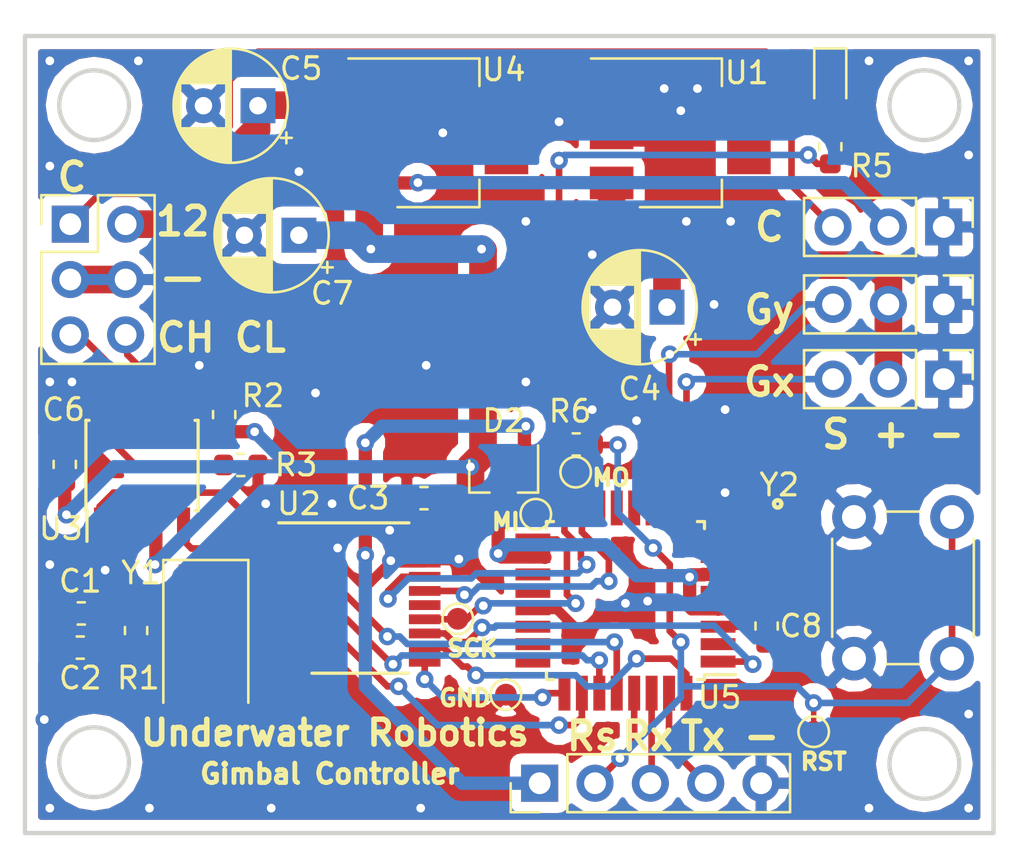
<source format=kicad_pcb>
(kicad_pcb (version 20171130) (host pcbnew "(5.0.1)-3")
  (layers (0 F.Cu signal) (31 B.Cu signal) (34 B.Paste user hide) (35 F.Paste user hide) (36 B.SilkS user) (37 F.SilkS user) (38 B.Mask user hide) (39 F.Mask user hide) (44 Edge.Cuts user))
  (net 0 "")
  (net 1 +5V)
  (net 2 "Net-(R2-Pad2)")
  (net 3 "Net-(C1-Pad1)")
  (net 4 "Net-(C2-Pad2)")
  (net 5 GND)
  (net 6 "Net-(R3-Pad1)")
  (net 7 +12V)
  (net 8 +5VA)
  (net 9 C_TX)
  (net 10 C_RX)
  (net 11 "Net-(U2-Pad3)")
  (net 12 TX0)
  (net 13 TX1)
  (net 14 "Net-(U2-Pad6)")
  (net 15 TX2)
  (net 16 RX1)
  (net 17 RX0)
  (net 18 INT)
  (net 19 SCK)
  (net 20 "Net-(U2-Pad15)")
  (net 21 MOSI)
  (net 22 MISO)
  (net 23 Reset)
  (net 24 CANL)
  (net 25 CANH)
  (net 26 Gx)
  (net 27 Gy)
  (net 28 CAM)
  (net 29 RESET)
  (net 30 V_MCU)
  (net 31 "Net-(D1-Pad2)")
  (net 32 VPP)
  (net 33 "Net-(U5-Pad2)")
  (net 34 "Net-(U5-Pad7)")
  (net 35 "Net-(U5-Pad8)")
  (net 36 "Net-(U5-Pad11)")
  (net 37 "Net-(U5-Pad12)")
  (net 38 "Net-(U5-Pad13)")
  (net 39 "Net-(U5-Pad14)")
  (net 40 "Net-(U5-Pad19)")
  (net 41 "Net-(U5-Pad20)")
  (net 42 "Net-(U5-Pad22)")
  (net 43 "Net-(U5-Pad24)")
  (net 44 RX)
  (net 45 TX)
  (net 46 "Net-(U5-Pad23)")
  (module TestPoint:TestPoint_Pad_D1.0mm (layer F.Cu) (at 131.2672 87.0966)
    (fp_text reference TP2 hide)
    (fp_text value MISO)
    (pad 1 smd circle (at 0 0) (size 1 1) (layers F.Cu F.Mask) (net 22 MISO))
  )
  (module TestPoint:TestPoint_Pad_D1.0mm (layer F.Cu) (at 133.096 85.1662)
    (fp_text reference TP1 hide)
    (fp_text value MOSI)
    (pad 1 smd circle (at 0 0) (size 1 1) (layers F.Cu F.Mask) (net 21 MOSI))
  )
  (module TestPoint:TestPoint_Pad_D1.0mm (layer F.Cu) (at 127.6858 91.8972)
    (fp_text reference TP3 hide)
    (fp_text value SCK)
    (pad 1 smd circle (at 0 0) (size 1 1) (layers F.Cu F.Mask) (net 19 SCK))
  )
  (module TestPoint:TestPoint_Pad_D1.0mm (layer F.Cu) (at 144.018 97.0788)
    (fp_text reference TP4 hide)
    (fp_text value RESET)
    (pad 1 smd circle (at 0 0) (size 1 1) (layers F.Cu F.Mask) (net 29 RESET))
  )
  (module TestPoint:TestPoint_Pad_D1.0mm (layer F.Cu) (at 129.8956 95.377)
    (fp_text reference TP5 hide)
    (fp_text value GND)
    (pad 1 smd circle (at 0 0) (size 1 1) (layers F.Cu F.Mask) (net 5 GND))
  )
  (module Capacitor_THT:CP_Radial_D5.0mm_P2.50mm (layer F.Cu) (at 137.287 77.597 180)
    (fp_text reference C4 (at 1.25 -3.75 180) (layer F.SilkS))
    (fp_text value 100uF)
    (pad 1 thru_hole rect (at 0 0 180) (size 1.6 1.6) (drill 0.8) (layers *.Cu *.Mask) (net 8 +5VA))
    (pad 2 thru_hole circle (at 2.5 0 180) (size 1.6 1.6) (drill 0.8) (layers *.Cu *.Mask) (net 5 GND))
  )
  (module Button_Switch_THT:SW_PUSH_6mm (layer F.Cu) (at 150.368 87.226 270)
    (fp_text reference SW1 hide)
    (fp_text value SW_Push)
    (pad 2 thru_hole circle (at 0 4.5) (size 2 2) (drill 1.1) (layers *.Cu *.Mask) (net 5 GND))
    (pad 1 thru_hole circle (at 0 0) (size 2 2) (drill 1.1) (layers *.Cu *.Mask) (net 29 RESET))
    (pad 2 thru_hole circle (at 6.5 4.5) (size 2 2) (drill 1.1) (layers *.Cu *.Mask) (net 5 GND))
    (pad 1 thru_hole circle (at 6.5 0) (size 2 2) (drill 1.1) (layers *.Cu *.Mask) (net 29 RESET))
  )
  (module CSTCE16M0V53-R0:OSC_CSTCE16M0V53-R0 (layer F.Cu) (at 142.367 88.773 270)
    (fp_text reference Y2 (at -3.0226 -0.0762) (layer F.SilkS))
    (fp_text value 16MHz hide)
    (pad 1 smd rect (at -0.95 0 270) (size 0.3 1.6) (layers F.Cu F.Paste F.Mask) (net 35 "Net-(U5-Pad8)"))
    (pad 2 smd rect (at 0 0 270) (size 0.3 1.6) (layers F.Cu F.Paste F.Mask) (net 5 GND))
    (pad 3 smd rect (at 0.95 0 270) (size 0.3 1.6) (layers F.Cu F.Paste F.Mask) (net 34 "Net-(U5-Pad7)"))
  )
  (module Capacitor_SMD:C_0603_1608Metric (layer F.Cu) (at 141.859 92.2275 270)
    (fp_text reference C8 (at -0.0001 -1.5748) (layer F.SilkS))
    (fp_text value 0.1uF)
    (pad 1 smd roundrect (at -0.7875 0 270) (size 0.875 0.95) (layers F.Cu F.Paste F.Mask) (net 30 V_MCU))
    (pad 2 smd roundrect (at 0.7875 0 270) (size 0.875 0.95) (layers F.Cu F.Paste F.Mask) (net 5 GND))
  )
  (module Connector_PinHeader_2.54mm:PinHeader_1x05_P2.54mm_Vertical (layer F.Cu) (at 131.445 99.441 90)
    (fp_text reference J5 hide)
    (fp_text value PROG)
    (pad 1 thru_hole rect (at 0 0 90) (size 1.7 1.7) (drill 1) (layers *.Cu *.Mask) (net 32 VPP))
    (pad 2 thru_hole oval (at 0 2.54 90) (size 1.7 1.7) (drill 1) (layers *.Cu *.Mask) (net 29 RESET))
    (pad 3 thru_hole oval (at 0 5.08 90) (size 1.7 1.7) (drill 1) (layers *.Cu *.Mask) (net 44 RX))
    (pad 4 thru_hole oval (at 0 7.62 90) (size 1.7 1.7) (drill 1) (layers *.Cu *.Mask) (net 45 TX))
    (pad 5 thru_hole oval (at 0 10.16 90) (size 1.7 1.7) (drill 1) (layers *.Cu *.Mask) (net 5 GND))
  )
  (module LED_SMD:LED_0603_1608Metric (layer F.Cu) (at 144.78 67.2085 270)
    (fp_text reference D1 hide)
    (fp_text value LED)
    (pad 1 smd roundrect (at -0.7875 0 270) (size 0.875 0.95) (layers F.Cu F.Paste F.Mask) (net 5 GND))
    (pad 2 smd roundrect (at 0.7875 0 270) (size 0.875 0.95) (layers F.Cu F.Paste F.Mask) (net 31 "Net-(D1-Pad2)"))
  )
  (module Package_QFP:TQFP-32_7x7mm_P0.8mm (layer F.Cu) (at 135.382 91.059 180)
    (fp_text reference U5 (at -4.318 -4.445 180) (layer F.SilkS))
    (fp_text value ATmega328P-AU)
    (pad 1 smd rect (at -4.25 -2.8 180) (size 1.6 0.55) (layers F.Cu F.Paste F.Mask) (net 18 INT))
    (pad 2 smd rect (at -4.25 -2 180) (size 1.6 0.55) (layers F.Cu F.Paste F.Mask) (net 33 "Net-(U5-Pad2)"))
    (pad 3 smd rect (at -4.25 -1.2 180) (size 1.6 0.55) (layers F.Cu F.Paste F.Mask) (net 5 GND))
    (pad 4 smd rect (at -4.25 -0.4 180) (size 1.6 0.55) (layers F.Cu F.Paste F.Mask) (net 30 V_MCU))
    (pad 5 smd rect (at -4.25 0.4 180) (size 1.6 0.55) (layers F.Cu F.Paste F.Mask) (net 5 GND))
    (pad 6 smd rect (at -4.25 1.2 180) (size 1.6 0.55) (layers F.Cu F.Paste F.Mask) (net 30 V_MCU))
    (pad 7 smd rect (at -4.25 2 180) (size 1.6 0.55) (layers F.Cu F.Paste F.Mask) (net 34 "Net-(U5-Pad7)"))
    (pad 8 smd rect (at -4.25 2.8 180) (size 1.6 0.55) (layers F.Cu F.Paste F.Mask) (net 35 "Net-(U5-Pad8)"))
    (pad 9 smd rect (at -2.8 4.25 270) (size 1.6 0.55) (layers F.Cu F.Paste F.Mask) (net 26 Gx))
    (pad 10 smd rect (at -2 4.25 270) (size 1.6 0.55) (layers F.Cu F.Paste F.Mask) (net 27 Gy))
    (pad 11 smd rect (at -1.2 4.25 270) (size 1.6 0.55) (layers F.Cu F.Paste F.Mask) (net 36 "Net-(U5-Pad11)"))
    (pad 12 smd rect (at -0.4 4.25 270) (size 1.6 0.55) (layers F.Cu F.Paste F.Mask) (net 37 "Net-(U5-Pad12)"))
    (pad 13 smd rect (at 0.4 4.25 270) (size 1.6 0.55) (layers F.Cu F.Paste F.Mask) (net 38 "Net-(U5-Pad13)"))
    (pad 14 smd rect (at 1.2 4.25 270) (size 1.6 0.55) (layers F.Cu F.Paste F.Mask) (net 39 "Net-(U5-Pad14)"))
    (pad 15 smd rect (at 2 4.25 270) (size 1.6 0.55) (layers F.Cu F.Paste F.Mask) (net 21 MOSI))
    (pad 16 smd rect (at 2.8 4.25 270) (size 1.6 0.55) (layers F.Cu F.Paste F.Mask) (net 22 MISO))
    (pad 17 smd rect (at 4.25 2.8 180) (size 1.6 0.55) (layers F.Cu F.Paste F.Mask) (net 19 SCK))
    (pad 18 smd rect (at 4.25 2 180) (size 1.6 0.55) (layers F.Cu F.Paste F.Mask) (net 30 V_MCU))
    (pad 19 smd rect (at 4.25 1.2 180) (size 1.6 0.55) (layers F.Cu F.Paste F.Mask) (net 40 "Net-(U5-Pad19)"))
    (pad 20 smd rect (at 4.25 0.4 180) (size 1.6 0.55) (layers F.Cu F.Paste F.Mask) (net 41 "Net-(U5-Pad20)"))
    (pad 21 smd rect (at 4.25 -0.4 180) (size 1.6 0.55) (layers F.Cu F.Paste F.Mask) (net 5 GND))
    (pad 22 smd rect (at 4.25 -1.2 180) (size 1.6 0.55) (layers F.Cu F.Paste F.Mask) (net 42 "Net-(U5-Pad22)"))
    (pad 23 smd rect (at 4.25 -2 180) (size 1.6 0.55) (layers F.Cu F.Paste F.Mask) (net 46 "Net-(U5-Pad23)"))
    (pad 24 smd rect (at 4.25 -2.8 180) (size 1.6 0.55) (layers F.Cu F.Paste F.Mask) (net 43 "Net-(U5-Pad24)"))
    (pad 25 smd rect (at 2.8 -4.25 270) (size 1.6 0.55) (layers F.Cu F.Paste F.Mask) (net 16 RX1))
    (pad 26 smd rect (at 2 -4.25 270) (size 1.6 0.55) (layers F.Cu F.Paste F.Mask) (net 15 TX2))
    (pad 27 smd rect (at 1.2 -4.25 270) (size 1.6 0.55) (layers F.Cu F.Paste F.Mask) (net 13 TX1))
    (pad 28 smd rect (at 0.4 -4.25 270) (size 1.6 0.55) (layers F.Cu F.Paste F.Mask) (net 12 TX0))
    (pad 29 smd rect (at -0.4 -4.25 270) (size 1.6 0.55) (layers F.Cu F.Paste F.Mask) (net 29 RESET))
    (pad 30 smd rect (at -1.2 -4.25 270) (size 1.6 0.55) (layers F.Cu F.Paste F.Mask) (net 44 RX))
    (pad 31 smd rect (at -2 -4.25 270) (size 1.6 0.55) (layers F.Cu F.Paste F.Mask) (net 45 TX))
    (pad 32 smd rect (at -2.8 -4.25 270) (size 1.6 0.55) (layers F.Cu F.Paste F.Mask) (net 17 RX0))
  )
  (module Package_TO_SOT_SMD:SOT-23 (layer F.Cu) (at 129.794 85.344 270)
    (fp_text reference D2 (at -2.54 0) (layer F.SilkS))
    (fp_text value D_x2_KCom_AAK)
    (pad 1 smd rect (at -1 -0.95 270) (size 0.9 0.8) (layers F.Cu F.Paste F.Mask) (net 32 VPP))
    (pad 2 smd rect (at -1 0.95 270) (size 0.9 0.8) (layers F.Cu F.Paste F.Mask) (net 1 +5V))
    (pad 3 smd rect (at 1 0 270) (size 0.9 0.8) (layers F.Cu F.Paste F.Mask) (net 30 V_MCU))
  )
  (module Resistor_SMD:R_0603_1608Metric (layer F.Cu) (at 144.78 70.231 90)
    (fp_text reference R5 (at -0.889 1.905 180) (layer F.SilkS))
    (fp_text value 330)
    (pad 1 smd roundrect (at -0.7875 0 90) (size 0.875 0.95) (layers F.Cu F.Paste F.Mask) (net 30 V_MCU))
    (pad 2 smd roundrect (at 0.7875 0 90) (size 0.875 0.95) (layers F.Cu F.Paste F.Mask) (net 31 "Net-(D1-Pad2)"))
  )
  (module Resistor_SMD:R_0603_1608Metric (layer F.Cu) (at 133.1213 83.8962)
    (fp_text reference R6 (at -0.2795 -1.524) (layer F.SilkS))
    (fp_text value 10k)
    (pad 2 smd roundrect (at 0.7875 0) (size 0.875 0.95) (layers F.Cu F.Paste F.Mask) (net 29 RESET))
    (pad 1 smd roundrect (at -0.7875 0) (size 0.875 0.95) (layers F.Cu F.Paste F.Mask) (net 30 V_MCU))
  )
  (module Capacitor_THT:CP_Radial_D5.0mm_P2.50mm (layer F.Cu) (at 120.396 74.295 180)
    (fp_text reference C7 (at -1.524 -2.667) (layer F.SilkS))
    (fp_text value 100uF)
    (pad 1 thru_hole rect (at 0 0 180) (size 1.6 1.6) (drill 0.8) (layers *.Cu *.Mask) (net 1 +5V))
    (pad 2 thru_hole circle (at 2.5 0 180) (size 1.6 1.6) (drill 0.8) (layers *.Cu *.Mask) (net 5 GND))
  )
  (module Capacitor_SMD:C_0603_1608Metric (layer F.Cu) (at 110.409584 91.649441 180)
    (fp_text reference C1 (at 0.046584 1.479441 180) (layer F.SilkS))
    (fp_text value 15p)
    (pad 2 smd roundrect (at 0.7875 0 180) (size 0.875 0.95) (layers F.Cu F.Paste F.Mask) (net 5 GND))
    (pad 1 smd roundrect (at -0.7875 0 180) (size 0.875 0.95) (layers F.Cu F.Paste F.Mask) (net 3 "Net-(C1-Pad1)"))
  )
  (module Capacitor_SMD:C_0603_1608Metric (layer F.Cu) (at 110.363 93.218)
    (fp_text reference C2 (at 0 1.397) (layer F.SilkS))
    (fp_text value 15p)
    (pad 1 smd roundrect (at -0.7875 0) (size 0.875 0.95) (layers F.Cu F.Paste F.Mask) (net 5 GND))
    (pad 2 smd roundrect (at 0.7875 0) (size 0.875 0.95) (layers F.Cu F.Paste F.Mask) (net 4 "Net-(C2-Pad2)"))
  )
  (module Capacitor_SMD:C_0603_1608Metric (layer F.Cu) (at 126.1365 86.36)
    (fp_text reference C3 (at -2.5655 0) (layer F.SilkS))
    (fp_text value 0.1uF)
    (pad 2 smd roundrect (at 0.7875 0) (size 0.875 0.95) (layers F.Cu F.Paste F.Mask) (net 1 +5V))
    (pad 1 smd roundrect (at -0.7875 0) (size 0.875 0.95) (layers F.Cu F.Paste F.Mask) (net 5 GND))
  )
  (module Capacitor_SMD:C_0603_1608Metric (layer F.Cu) (at 109.6518 84.8105 270)
    (fp_text reference C6 (at -2.5147 0.0508) (layer F.SilkS))
    (fp_text value 0.1uF)
    (pad 1 smd roundrect (at -0.7875 0 270) (size 0.875 0.95) (layers F.Cu F.Paste F.Mask) (net 5 GND))
    (pad 2 smd roundrect (at 0.7875 0 270) (size 0.875 0.95) (layers F.Cu F.Paste F.Mask) (net 1 +5V))
  )
  (module Capacitor_THT:CP_Radial_D5.0mm_P2.50mm (layer F.Cu) (at 118.5164 68.3514 180)
    (fp_text reference C5 (at -1.9812 1.7018) (layer F.SilkS))
    (fp_text value 100uF)
    (pad 1 thru_hole rect (at 0 0 180) (size 1.6 1.6) (drill 0.8) (layers *.Cu *.Mask) (net 7 +12V))
    (pad 2 thru_hole circle (at 2.5 0 180) (size 1.6 1.6) (drill 0.8) (layers *.Cu *.Mask) (net 5 GND))
  )
  (module Connector_PinHeader_2.54mm:PinHeader_1x03_P2.54mm_Vertical (layer F.Cu) (at 149.987 77.47 270)
    (fp_text reference J2 hide)
    (fp_text value Conn_01x03_Male hide)
    (pad 1 thru_hole rect (at 0 0 270) (size 1.7 1.7) (drill 1) (layers *.Cu *.Mask) (net 5 GND))
    (pad 2 thru_hole oval (at 0 2.54 270) (size 1.7 1.7) (drill 1) (layers *.Cu *.Mask) (net 8 +5VA))
    (pad 3 thru_hole oval (at 0 5.08 270) (size 1.7 1.7) (drill 1) (layers *.Cu *.Mask) (net 27 Gy))
  )
  (module Connector_PinHeader_2.54mm:PinHeader_1x03_P2.54mm_Vertical (layer F.Cu) (at 149.987 73.914 270)
    (fp_text reference J4 hide)
    (fp_text value Conn_01x03_Male hide)
    (pad 3 thru_hole oval (at 0 5.08 270) (size 1.7 1.7) (drill 1) (layers *.Cu *.Mask) (net 28 CAM))
    (pad 2 thru_hole oval (at 0 2.54 270) (size 1.7 1.7) (drill 1) (layers *.Cu *.Mask) (net 1 +5V))
    (pad 1 thru_hole rect (at 0 0 270) (size 1.7 1.7) (drill 1) (layers *.Cu *.Mask) (net 5 GND))
  )
  (module Connector_PinHeader_2.54mm:PinHeader_1x03_P2.54mm_Vertical (layer F.Cu) (at 149.987 80.899 270)
    (fp_text reference J3 hide)
    (fp_text value Conn_01x03_Male hide)
    (pad 1 thru_hole rect (at 0 0 270) (size 1.7 1.7) (drill 1) (layers *.Cu *.Mask) (net 5 GND))
    (pad 2 thru_hole oval (at 0 2.54 270) (size 1.7 1.7) (drill 1) (layers *.Cu *.Mask) (net 8 +5VA))
    (pad 3 thru_hole oval (at 0 5.08 270) (size 1.7 1.7) (drill 1) (layers *.Cu *.Mask) (net 26 Gx))
  )
  (module Connector_PinHeader_2.54mm:PinHeader_2x03_P2.54mm_Vertical (layer F.Cu) (at 109.9058 73.787)
    (fp_text reference J1 hide)
    (fp_text value Conn_02x03_Odd_Even hide)
    (pad 1 thru_hole rect (at 0 0) (size 1.7 1.7) (drill 1) (layers *.Cu *.Mask) (net 28 CAM))
    (pad 2 thru_hole oval (at 2.54 0) (size 1.7 1.7) (drill 1) (layers *.Cu *.Mask) (net 7 +12V))
    (pad 3 thru_hole oval (at 0 2.54) (size 1.7 1.7) (drill 1) (layers *.Cu *.Mask) (net 5 GND))
    (pad 4 thru_hole oval (at 2.54 2.54) (size 1.7 1.7) (drill 1) (layers *.Cu *.Mask) (net 5 GND))
    (pad 5 thru_hole oval (at 0 5.08) (size 1.7 1.7) (drill 1) (layers *.Cu *.Mask) (net 25 CANH))
    (pad 6 thru_hole oval (at 2.54 5.08) (size 1.7 1.7) (drill 1) (layers *.Cu *.Mask) (net 24 CANL))
  )
  (module Crystal:Crystal_SMD_0603-2Pin_6.0x3.5mm (layer F.Cu) (at 116.124684 92.548241 270)
    (fp_text reference Y1 (at -2.759241 2.967684) (layer F.SilkS))
    (fp_text value 20MHz)
    (pad 1 smd rect (at -2.2 0 270) (size 1.9 2.5) (layers F.Cu F.Paste F.Mask) (net 3 "Net-(C1-Pad1)"))
    (pad 2 smd rect (at 2.2 0 270) (size 1.9 2.5) (layers F.Cu F.Paste F.Mask) (net 4 "Net-(C2-Pad2)"))
  )
  (module Package_SO:SOIC-8_3.9x4.9mm_P1.27mm (layer F.Cu) (at 113.196926 84.864202 90)
    (fp_text reference U3 (at -2.892798 -3.722926 180) (layer F.SilkS))
    (fp_text value ATA6560,1)
    (pad 1 smd rect (at -2.7 -1.905 90) (size 1.55 0.6) (layers F.Cu F.Paste F.Mask) (net 9 C_TX))
    (pad 2 smd rect (at -2.7 -0.635 90) (size 1.55 0.6) (layers F.Cu F.Paste F.Mask) (net 5 GND))
    (pad 3 smd rect (at -2.7 0.635 90) (size 1.55 0.6) (layers F.Cu F.Paste F.Mask) (net 1 +5V))
    (pad 4 smd rect (at -2.7 1.905 90) (size 1.55 0.6) (layers F.Cu F.Paste F.Mask) (net 10 C_RX))
    (pad 5 smd rect (at 2.7 1.905 90) (size 1.55 0.6) (layers F.Cu F.Paste F.Mask) (net 2 "Net-(R2-Pad2)"))
    (pad 6 smd rect (at 2.7 0.635 90) (size 1.55 0.6) (layers F.Cu F.Paste F.Mask) (net 24 CANL))
    (pad 7 smd rect (at 2.7 -0.635 90) (size 1.55 0.6) (layers F.Cu F.Paste F.Mask) (net 25 CANH))
    (pad 8 smd rect (at 2.7 -1.905 90) (size 1.55 0.6) (layers F.Cu F.Paste F.Mask) (net 6 "Net-(R3-Pad1)"))
  )
  (module Package_SO:TSSOP-20_4.4x6.5mm_P0.65mm (layer F.Cu) (at 123.219 90.943)
    (fp_text reference U2 (at -2.823 -4.329) (layer F.SilkS))
    (fp_text value MCP2515-EST)
    (pad 1 smd rect (at -2.95 -2.925) (size 1.45 0.45) (layers F.Cu F.Paste F.Mask) (net 9 C_TX))
    (pad 2 smd rect (at -2.95 -2.275) (size 1.45 0.45) (layers F.Cu F.Paste F.Mask) (net 10 C_RX))
    (pad 3 smd rect (at -2.95 -1.625) (size 1.45 0.45) (layers F.Cu F.Paste F.Mask) (net 11 "Net-(U2-Pad3)"))
    (pad 4 smd rect (at -2.95 -0.975) (size 1.45 0.45) (layers F.Cu F.Paste F.Mask) (net 12 TX0))
    (pad 5 smd rect (at -2.95 -0.325) (size 1.45 0.45) (layers F.Cu F.Paste F.Mask) (net 13 TX1))
    (pad 6 smd rect (at -2.95 0.325) (size 1.45 0.45) (layers F.Cu F.Paste F.Mask) (net 14 "Net-(U2-Pad6)"))
    (pad 7 smd rect (at -2.95 0.975) (size 1.45 0.45) (layers F.Cu F.Paste F.Mask) (net 15 TX2))
    (pad 8 smd rect (at -2.95 1.625) (size 1.45 0.45) (layers F.Cu F.Paste F.Mask) (net 3 "Net-(C1-Pad1)"))
    (pad 9 smd rect (at -2.95 2.275) (size 1.45 0.45) (layers F.Cu F.Paste F.Mask) (net 4 "Net-(C2-Pad2)"))
    (pad 10 smd rect (at -2.95 2.925) (size 1.45 0.45) (layers F.Cu F.Paste F.Mask) (net 5 GND))
    (pad 11 smd rect (at 2.95 2.925) (size 1.45 0.45) (layers F.Cu F.Paste F.Mask) (net 16 RX1))
    (pad 12 smd rect (at 2.95 2.275) (size 1.45 0.45) (layers F.Cu F.Paste F.Mask) (net 17 RX0))
    (pad 13 smd rect (at 2.95 1.625) (size 1.45 0.45) (layers F.Cu F.Paste F.Mask) (net 18 INT))
    (pad 14 smd rect (at 2.95 0.975) (size 1.45 0.45) (layers F.Cu F.Paste F.Mask) (net 19 SCK))
    (pad 15 smd rect (at 2.95 0.325) (size 1.45 0.45) (layers F.Cu F.Paste F.Mask) (net 20 "Net-(U2-Pad15)"))
    (pad 16 smd rect (at 2.95 -0.325) (size 1.45 0.45) (layers F.Cu F.Paste F.Mask) (net 21 MOSI))
    (pad 17 smd rect (at 2.95 -0.975) (size 1.45 0.45) (layers F.Cu F.Paste F.Mask) (net 22 MISO))
    (pad 18 smd rect (at 2.95 -1.625) (size 1.45 0.45) (layers F.Cu F.Paste F.Mask) (net 5 GND))
    (pad 19 smd rect (at 2.95 -2.275) (size 1.45 0.45) (layers F.Cu F.Paste F.Mask) (net 23 Reset))
    (pad 20 smd rect (at 2.95 -2.925) (size 1.45 0.45) (layers F.Cu F.Paste F.Mask) (net 1 +5V))
  )
  (module Package_TO_SOT_SMD:SOT-223 (layer F.Cu) (at 137.897 69.596)
    (fp_text reference U1 (at 3.0476 -2.7572) (layer F.SilkS))
    (fp_text value L7805)
    (pad 1 smd rect (at -3.15 -2.3) (size 2 1.5) (layers F.Cu F.Paste F.Mask) (net 7 +12V))
    (pad 3 smd rect (at -3.15 2.3) (size 2 1.5) (layers F.Cu F.Paste F.Mask) (net 8 +5VA))
    (pad 2 smd rect (at -3.15 0) (size 2 1.5) (layers F.Cu F.Paste F.Mask) (net 5 GND))
    (pad 4 smd rect (at 3.15 0) (size 2 3.8) (layers F.Cu F.Paste F.Mask))
  )
  (module Package_TO_SOT_SMD:SOT-223 (layer F.Cu) (at 126.771 69.596)
    (fp_text reference U4 (at 3.023 -2.8956) (layer F.SilkS))
    (fp_text value L7805)
    (pad 4 smd rect (at 3.15 0) (size 2 3.8) (layers F.Cu F.Paste F.Mask))
    (pad 2 smd rect (at -3.15 0) (size 2 1.5) (layers F.Cu F.Paste F.Mask) (net 5 GND))
    (pad 3 smd rect (at -3.15 2.3) (size 2 1.5) (layers F.Cu F.Paste F.Mask) (net 1 +5V))
    (pad 1 smd rect (at -3.15 -2.3) (size 2 1.5) (layers F.Cu F.Paste F.Mask) (net 7 +12V))
  )
  (module Resistor_SMD:R_0603_1608Metric (layer F.Cu) (at 117.729 84.836)
    (fp_text reference R3 (at 2.54 0) (layer F.SilkS))
    (fp_text value 10k)
    (pad 2 smd roundrect (at 0.7875 0) (size 0.875 0.95) (layers F.Cu F.Paste F.Mask) (net 5 GND))
    (pad 1 smd roundrect (at -0.7875 0) (size 0.875 0.95) (layers F.Cu F.Paste F.Mask) (net 6 "Net-(R3-Pad1)"))
  )
  (module Resistor_SMD:R_0603_1608Metric (layer F.Cu) (at 112.924284 92.436841 90)
    (fp_text reference R1 (at -2.178159 0.105716 180) (layer F.SilkS))
    (fp_text value 1M)
    (pad 2 smd roundrect (at 0.7875 0 90) (size 0.875 0.95) (layers F.Cu F.Paste F.Mask) (net 3 "Net-(C1-Pad1)"))
    (pad 1 smd roundrect (at -0.7875 0 90) (size 0.875 0.95) (layers F.Cu F.Paste F.Mask) (net 4 "Net-(C2-Pad2)"))
  )
  (module Resistor_SMD:R_0603_1608Metric (layer F.Cu) (at 116.967 82.5245 90)
    (fp_text reference R2 (at 0.8635 1.778 180) (layer F.SilkS))
    (fp_text value 10k)
    (pad 1 smd roundrect (at -0.7875 0 90) (size 0.875 0.95) (layers F.Cu F.Paste F.Mask) (net 1 +5V))
    (pad 2 smd roundrect (at 0.7875 0 90) (size 0.875 0.95) (layers F.Cu F.Paste F.Mask) (net 2 "Net-(R2-Pad2)"))
  )
  (gr_text RST (at 144.4752 98.4504) (layer F.SilkS) (effects (font (size 0.762 0.762) (thickness 0.1905))))
  (gr_text SCK (at 128.3462 93.2434) (layer F.SilkS) (effects (font (size 0.762 0.762) (thickness 0.1905))))
  (gr_text MO (at 134.7216 85.4202) (layer F.SilkS) (effects (font (size 0.762 0.762) (thickness 0.1905))))
  (gr_text MI (at 129.8956 87.4522) (layer F.SilkS) (effects (font (size 0.762 0.762) (thickness 0.1905))))
  (gr_text GND (at 128.016 95.5294) (layer F.SilkS) (effects (font (size 0.762 0.762) (thickness 0.1905))))
  (gr_text "Gimbal Controller" (at 121.8184 99.0092) (layer F.SilkS) (effects (font (size 0.889 0.889) (thickness 0.22225))))
  (gr_text Rs (at 133.858 97.282) (layer F.SilkS) (effects (font (size 1.27 1.27) (thickness 0.254))))
  (gr_text Rx (at 136.398 97.282) (layer F.SilkS) (effects (font (size 1.27 1.27) (thickness 0.254))))
  (gr_text Tx (at 138.938 97.282) (layer F.SilkS) (effects (font (size 1.27 1.27) (thickness 0.254))))
  (gr_text - (at 141.6304 97.4344 180) (layer F.SilkS) (effects (font (size 1.27 1.27) (thickness 0.254))))
  (gr_text "Underwater Robotics" (at 122.047 97.1296) (layer F.SilkS) (effects (font (size 1.143 1.143) (thickness 0.254))))
  (gr_text C (at 109.982 71.628) (layer F.SilkS) (effects (font (size 1.27 1.27) (thickness 0.254))))
  (gr_text 12 (at 115.062 73.66) (layer F.SilkS) (effects (font (size 1.27 1.27) (thickness 0.254))))
  (gr_text - (at 115.062 76.454 180) (layer F.SilkS) (effects (font (size 1.905 1.905) (thickness 0.254))))
  (gr_text "CH CL" (at 116.84 78.994) (layer F.SilkS) (effects (font (size 1.27 1.27) (thickness 0.254))))
  (gr_text - (at 150.114 83.566 180) (layer F.SilkS) (effects (font (size 1.27 1.27) (thickness 0.254))))
  (gr_text + (at 147.574 83.566 180) (layer F.SilkS) (effects (font (size 1.27 1.27) (thickness 0.254))))
  (gr_text C (at 141.986 73.914) (layer F.SilkS) (effects (font (size 1.27 1.27) (thickness 0.254))))
  (gr_text Gy (at 141.986 77.724) (layer F.SilkS) (effects (font (size 1.27 1.27) (thickness 0.254))))
  (gr_text Gx (at 141.986 81.026) (layer F.SilkS) (effects (font (size 1.27 1.27) (thickness 0.254))))
  (gr_text S (at 145.034 83.312 180) (layer F.SilkS) (effects (font (size 1.27 1.27) (thickness 0.254))))
  (gr_line (start 107.823 101.727) (end 107.823 65.151) (layer Edge.Cuts) (width 0.2))
  (gr_line (start 152.273 101.727) (end 107.823 101.727) (layer Edge.Cuts) (width 0.2))
  (gr_line (start 152.273 98.552) (end 152.273 101.727) (layer Edge.Cuts) (width 0.2))
  (gr_line (start 152.273 65.151) (end 152.273 98.552) (layer Edge.Cuts) (width 0.2))
  (gr_line (start 152.273 65.151) (end 110.998 65.151) (layer Edge.Cuts) (width 0.2))
  (gr_line (start 110.998 65.151) (end 107.823 65.151) (layer Edge.Cuts) (width 0.2))
  (gr_circle (center 149.098 98.552) (end 150.698 98.552) (layer Edge.Cuts) (width 0.2))
  (gr_circle (center 110.998 98.476) (end 112.598 98.476) (layer Edge.Cuts) (width 0.2))
  (gr_circle (center 149.098 68.326) (end 150.698 68.326) (layer Edge.Cuts) (width 0.2))
  (gr_circle (center 110.998 68.326) (end 112.598 68.326) (layer Edge.Cuts) (width 0.2))
  (segment (start 123.621 72.023) (end 123.371 72.023) (width 1.27) (layer F.Cu) (net 1))
  (via (at 125.857 71.882) (size 0.8) (drill 0.4) (layers F.Cu B.Cu) (net 1))
  (segment (start 126.422685 71.882) (end 125.857 71.882) (width 0.6096) (layer B.Cu) (net 1))
  (segment (start 145.415 71.882) (end 126.422685 71.882) (width 0.6096) (layer B.Cu) (net 1))
  (segment (start 147.447 73.914) (end 145.415 71.882) (width 0.6096) (layer B.Cu) (net 1))
  (segment (start 125.843 71.896) (end 125.857 71.882) (width 0.6096) (layer F.Cu) (net 1))
  (segment (start 123.621 71.896) (end 125.843 71.896) (width 0.6096) (layer F.Cu) (net 1))
  (via (at 123.698014 74.93) (size 0.8) (drill 0.4) (layers F.Cu B.Cu) (net 1))
  (segment (start 123.063014 74.295) (end 123.298015 74.530001) (width 1.27) (layer B.Cu) (net 1))
  (segment (start 123.298015 74.530001) (end 123.698014 74.93) (width 1.27) (layer B.Cu) (net 1))
  (segment (start 123.621 74.852986) (end 123.698014 74.93) (width 1.27) (layer F.Cu) (net 1))
  (segment (start 120.396 74.295) (end 123.063014 74.295) (width 1.27) (layer B.Cu) (net 1))
  (segment (start 123.621 71.896) (end 123.621 74.852986) (width 1.27) (layer F.Cu) (net 1))
  (segment (start 125.222 74.93) (end 123.698014 74.93) (width 1.27) (layer B.Cu) (net 1))
  (segment (start 128.27 87.757) (end 128.27 87.2195) (width 1.27) (layer F.Cu) (net 1))
  (segment (start 128.844 84.344) (end 128.27 84.918) (width 1.27) (layer F.Cu) (net 1))
  (segment (start 126.924 86.36) (end 128.27 86.36) (width 1.27) (layer F.Cu) (net 1))
  (segment (start 128.27 84.918) (end 128.27 86.36) (width 1.27) (layer F.Cu) (net 1))
  (segment (start 128.27 86.36) (end 128.27 87.757) (width 1.27) (layer F.Cu) (net 1))
  (via (at 128.778 74.93) (size 0.8) (drill 0.4) (layers F.Cu B.Cu) (net 1))
  (segment (start 128.844 74.996) (end 128.778 74.93) (width 1.27) (layer F.Cu) (net 1))
  (segment (start 128.844 84.344) (end 128.844 74.996) (width 1.27) (layer F.Cu) (net 1))
  (segment (start 128.778 74.93) (end 125.222 74.93) (width 1.27) (layer B.Cu) (net 1))
  (via (at 128.27 84.918) (size 0.8) (drill 0.4) (layers F.Cu B.Cu) (net 1))
  (segment (start 128.27 84.918) (end 119.97 84.918) (width 0.6096) (layer B.Cu) (net 1))
  (segment (start 119.97 84.918) (end 118.364 83.312) (width 0.6096) (layer B.Cu) (net 1))
  (segment (start 119.97 84.918) (end 118.282 84.918) (width 0.6096) (layer B.Cu) (net 1))
  (segment (start 118.282 84.918) (end 113.792 89.408) (width 0.6096) (layer B.Cu) (net 1))
  (segment (start 118.282 84.918) (end 111.932 84.918) (width 0.6096) (layer B.Cu) (net 1))
  (segment (start 111.932 84.918) (end 109.728 87.122) (width 0.6096) (layer B.Cu) (net 1))
  (via (at 109.728 87.122) (size 0.8) (drill 0.4) (layers F.Cu B.Cu) (net 1))
  (segment (start 109.6518 85.598) (end 109.6518 87.0458) (width 0.6096) (layer F.Cu) (net 1))
  (segment (start 109.6518 87.0458) (end 109.728 87.122) (width 0.6096) (layer F.Cu) (net 1))
  (via (at 113.792 89.408) (size 0.8) (drill 0.4) (layers F.Cu B.Cu) (net 1))
  (segment (start 113.831926 87.564202) (end 113.831926 89.368074) (width 0.6096) (layer F.Cu) (net 1))
  (segment (start 113.831926 89.368074) (end 113.792 89.408) (width 0.6096) (layer F.Cu) (net 1))
  (segment (start 116.967 83.312) (end 118.364 83.312) (width 0.6096) (layer F.Cu) (net 1))
  (via (at 118.364 83.312) (size 0.8) (drill 0.4) (layers F.Cu B.Cu) (net 1))
  (segment (start 126.169 88.018) (end 127.882 88.018) (width 0.4572) (layer F.Cu) (net 1))
  (segment (start 127.882 88.018) (end 128.27 87.63) (width 0.3048) (layer F.Cu) (net 1))
  (segment (start 115.706726 82.164202) (end 116.082928 81.788) (width 0.3048) (layer F.Cu) (net 2))
  (segment (start 115.101926 82.164202) (end 115.706726 82.164202) (width 0.3048) (layer F.Cu) (net 2))
  (segment (start 116.082928 81.788) (end 116.967 81.788) (width 0.3048) (layer F.Cu) (net 2))
  (segment (start 112.858441 91.649441) (end 112.903 91.694) (width 0.3048) (layer F.Cu) (net 3))
  (segment (start 111.197084 91.649441) (end 112.858441 91.649441) (width 0.3048) (layer F.Cu) (net 3))
  (segment (start 117.104643 92.583) (end 120.269 92.583) (width 0.3048) (layer F.Cu) (net 3))
  (segment (start 112.924284 91.649341) (end 116.170984 91.649341) (width 0.3048) (layer F.Cu) (net 3))
  (segment (start 116.124684 91.603041) (end 116.332 91.810357) (width 0.3048) (layer F.Cu) (net 3))
  (segment (start 116.124684 90.348241) (end 116.124684 91.603041) (width 0.3048) (layer F.Cu) (net 3))
  (segment (start 116.170984 91.649341) (end 116.332 91.810357) (width 0.3048) (layer F.Cu) (net 3))
  (segment (start 116.332 91.810357) (end 117.104643 92.583) (width 0.3048) (layer F.Cu) (net 3))
  (segment (start 111.1505 93.218) (end 111.688 93.218) (width 0.3048) (layer F.Cu) (net 4))
  (segment (start 111.688 93.218) (end 112.903 93.218) (width 0.3048) (layer F.Cu) (net 4))
  (segment (start 120.269 93.218) (end 120.262659 93.224341) (width 0.3048) (layer F.Cu) (net 4))
  (segment (start 116.205 93.224341) (end 116.205 94.615) (width 0.3048) (layer F.Cu) (net 4))
  (segment (start 116.205 93.224341) (end 112.924284 93.224341) (width 0.3048) (layer F.Cu) (net 4))
  (segment (start 120.262659 93.224341) (end 116.205 93.224341) (width 0.3048) (layer F.Cu) (net 4))
  (segment (start 116.205 94.615) (end 116.078 94.742) (width 0.3048) (layer F.Cu) (net 4))
  (segment (start 109.9058 76.327) (end 112.395 76.327) (width 1.27) (layer F.Cu) (net 5))
  (segment (start 139.632 92.259) (end 141.027 92.259) (width 0.3048) (layer F.Cu) (net 5))
  (segment (start 141.027 92.259) (end 141.732 92.964) (width 0.3048) (layer F.Cu) (net 5))
  (segment (start 141.732 92.964) (end 143.51 92.964) (width 0.3048) (layer F.Cu) (net 5))
  (segment (start 132.2368 91.459) (end 132.9798 92.202) (width 0.4572) (layer F.Cu) (net 5))
  (segment (start 131.132 91.459) (end 132.2368 91.459) (width 0.4572) (layer F.Cu) (net 5))
  (segment (start 132.9798 92.202) (end 134.112 92.202) (width 0.3048) (layer F.Cu) (net 5))
  (segment (start 134.112 92.202) (end 134.874 91.44) (width 0.3048) (layer F.Cu) (net 5))
  (via (at 108.966 66.294) (size 0.8) (drill 0.4) (layers F.Cu B.Cu) (net 5))
  (via (at 151.13 66.294) (size 0.8) (drill 0.4) (layers F.Cu B.Cu) (net 5))
  (via (at 151.13 100.584) (size 0.8) (drill 0.4) (layers F.Cu B.Cu) (net 5))
  (via (at 108.966 100.584) (size 0.8) (drill 0.4) (layers F.Cu B.Cu) (net 5))
  (via (at 108.966 89.408) (size 0.8) (drill 0.4) (layers F.Cu B.Cu) (net 5))
  (via (at 111.506 89.662) (size 0.8) (drill 0.4) (layers F.Cu B.Cu) (net 5))
  (via (at 125.984 100.584) (size 0.8) (drill 0.4) (layers F.Cu B.Cu) (net 5))
  (via (at 119.126 100.584) (size 0.8) (drill 0.4) (layers F.Cu B.Cu) (net 5))
  (via (at 139.446 77.47) (size 0.8) (drill 0.4) (layers F.Cu B.Cu) (net 5))
  (via (at 133.858 75.184) (size 0.8) (drill 0.4) (layers F.Cu B.Cu) (net 5))
  (via (at 133.858 82.296) (size 0.8) (drill 0.4) (layers F.Cu B.Cu) (net 5))
  (via (at 135.89 82.804) (size 0.8) (drill 0.4) (layers F.Cu B.Cu) (net 5))
  (via (at 137.16 67.564) (size 0.8) (drill 0.4) (layers F.Cu B.Cu) (net 5))
  (via (at 138.176 73.66) (size 0.8) (drill 0.4) (layers F.Cu B.Cu) (net 5))
  (via (at 132.334 69.088) (size 0.8) (drill 0.4) (layers F.Cu B.Cu) (net 5))
  (via (at 146.558 66.294) (size 0.8) (drill 0.4) (layers F.Cu B.Cu) (net 5))
  (via (at 151.13 70.612) (size 0.8) (drill 0.4) (layers F.Cu B.Cu) (net 5))
  (via (at 130.81 73.66) (size 0.8) (drill 0.4) (layers F.Cu B.Cu) (net 5))
  (via (at 130.81 81.026) (size 0.8) (drill 0.4) (layers F.Cu B.Cu) (net 5))
  (segment (start 120.269 94.3978) (end 120.142 94.5248) (width 0.3048) (layer F.Cu) (net 5))
  (segment (start 120.269 93.868) (end 120.269 94.3978) (width 0.3048) (layer F.Cu) (net 5))
  (segment (start 120.142 94.5248) (end 120.142 96.012) (width 0.3048) (layer F.Cu) (net 5))
  (segment (start 140.989 90.659) (end 141.224 90.424) (width 0.3048) (layer F.Cu) (net 5))
  (segment (start 139.632 90.659) (end 140.989 90.659) (width 0.3048) (layer F.Cu) (net 5))
  (segment (start 141.224 90.424) (end 144.018 90.424) (width 0.3048) (layer F.Cu) (net 5))
  (segment (start 141.224 90.424) (end 144.78 90.424) (width 0.3048) (layer F.Cu) (net 5))
  (via (at 135.382 91.186) (size 0.8) (drill 0.4) (layers F.Cu B.Cu) (net 5))
  (segment (start 134.747 69.596) (end 137.017 69.596) (width 1.27) (layer F.Cu) (net 5))
  (segment (start 137.017 69.596) (end 137.922 69.596) (width 1.27) (layer F.Cu) (net 5))
  (segment (start 123.621 69.596) (end 125.891 69.596) (width 1.27) (layer F.Cu) (net 5))
  (segment (start 125.891 69.596) (end 126.746 69.596) (width 1.27) (layer F.Cu) (net 5))
  (segment (start 121.351 69.596) (end 119.888 71.059) (width 1.27) (layer F.Cu) (net 5))
  (segment (start 123.621 69.596) (end 121.351 69.596) (width 1.27) (layer F.Cu) (net 5))
  (segment (start 112.395 76.327) (end 112.522 76.2) (width 1.27) (layer F.Cu) (net 5))
  (via (at 108.966 81.026) (size 0.8) (drill 0.4) (layers F.Cu B.Cu) (net 5))
  (via (at 115.824 80.264) (size 0.8) (drill 0.4) (layers F.Cu B.Cu) (net 5))
  (via (at 121.158 81.534) (size 0.8) (drill 0.4) (layers F.Cu B.Cu) (net 5))
  (via (at 126.238 80.264) (size 0.8) (drill 0.4) (layers F.Cu B.Cu) (net 5))
  (via (at 108.966 71.12) (size 0.8) (drill 0.4) (layers F.Cu B.Cu) (net 5))
  (via (at 113.03 66.294) (size 0.8) (drill 0.4) (layers F.Cu B.Cu) (net 5))
  (via (at 108.712 96.52) (size 0.8) (drill 0.4) (layers F.Cu B.Cu) (net 5))
  (via (at 113.538 100.584) (size 0.8) (drill 0.4) (layers F.Cu B.Cu) (net 5))
  (via (at 146.558 100.584) (size 0.8) (drill 0.4) (layers F.Cu B.Cu) (net 5))
  (via (at 151.13 96.266) (size 0.8) (drill 0.4) (layers F.Cu B.Cu) (net 5))
  (via (at 139.954 82.296) (size 0.8) (drill 0.4) (layers F.Cu B.Cu) (net 5))
  (via (at 139.954 86.106) (size 0.8) (drill 0.4) (layers F.Cu B.Cu) (net 5))
  (via (at 127 69.596) (size 0.8) (drill 0.4) (layers F.Cu B.Cu) (net 5))
  (via (at 120.396 71.374) (size 0.8) (drill 0.4) (layers F.Cu B.Cu) (net 5))
  (via (at 138.684 67.564) (size 0.8) (drill 0.4) (layers F.Cu B.Cu) (net 5))
  (via (at 137.922 68.58) (size 0.8) (drill 0.4) (layers F.Cu B.Cu) (net 5))
  (via (at 140.208 73.66) (size 0.8) (drill 0.4) (layers F.Cu B.Cu) (net 5))
  (via (at 109.982 81.026) (size 0.8) (drill 0.4) (layers F.Cu B.Cu) (net 5))
  (via (at 118.872 86.614) (size 0.8) (drill 0.4) (layers F.Cu B.Cu) (net 5))
  (via (at 122.174 88.646) (size 0.8) (drill 0.4) (layers F.Cu B.Cu) (net 5))
  (via (at 121.92 86.614) (size 0.8) (drill 0.4) (layers F.Cu B.Cu) (net 5))
  (via (at 136.398 91.0844) (size 0.8) (drill 0.4) (layers F.Cu B.Cu) (net 5))
  (segment (start 126.169 89.318) (end 124.5754 89.318) (width 0.4572) (layer F.Cu) (net 5))
  (segment (start 124.5754 89.318) (end 123.4948 90.3986) (width 0.4572) (layer F.Cu) (net 5))
  (via (at 124.5616 87.8332) (size 0.8) (drill 0.4) (layers F.Cu B.Cu) (net 5))
  (via (at 124.6124 89.2302) (size 0.8) (drill 0.4) (layers F.Cu B.Cu) (net 5))
  (segment (start 126.169 89.318) (end 127.2424 89.318) (width 0.25) (layer F.Cu) (net 5))
  (via (at 127.7366 89.154) (size 0.8) (drill 0.4) (layers F.Cu B.Cu) (net 5))
  (segment (start 127.2424 89.318) (end 127.6604 88.9) (width 0.25) (layer F.Cu) (net 5))
  (segment (start 111.291926 83.244002) (end 112.883924 84.836) (width 0.3048) (layer F.Cu) (net 6))
  (segment (start 111.291926 82.164202) (end 111.291926 83.244002) (width 0.3048) (layer F.Cu) (net 6))
  (segment (start 112.883924 84.836) (end 116.84 84.836) (width 0.3048) (layer F.Cu) (net 6))
  (segment (start 118.451 69.45737) (end 114.12137 73.787) (width 1.27) (layer F.Cu) (net 7))
  (segment (start 118.451 68.326) (end 118.451 69.45737) (width 1.27) (layer F.Cu) (net 7))
  (segment (start 114.12137 73.787) (end 112.395 73.787) (width 1.27) (layer F.Cu) (net 7))
  (segment (start 120.448 68.326) (end 118.364 68.326) (width 1.27) (layer F.Cu) (net 7))
  (segment (start 123.621 67.296) (end 121.478 67.296) (width 1.27) (layer F.Cu) (net 7))
  (segment (start 121.478 67.296) (end 120.448 68.326) (width 1.27) (layer F.Cu) (net 7))
  (segment (start 126.326001 66.860999) (end 134.297999 66.860999) (width 1.27) (layer F.Cu) (net 7))
  (segment (start 123.621 67.296) (end 125.891 67.296) (width 1.27) (layer F.Cu) (net 7))
  (segment (start 125.891 67.296) (end 126.326001 66.860999) (width 1.27) (layer F.Cu) (net 7))
  (segment (start 134.297999 66.860999) (end 134.747 67.31) (width 1.27) (layer F.Cu) (net 7))
  (segment (start 147.447 80.899) (end 147.447 77.47) (width 1.27) (layer F.Cu) (net 8))
  (segment (start 134.747 73.152) (end 134.747 71.896) (width 1.27) (layer F.Cu) (net 8))
  (segment (start 137.2616 75.6666) (end 134.747 73.152) (width 1.27) (layer F.Cu) (net 8))
  (segment (start 147.447 77.47) (end 147.447 76.267919) (width 1.27) (layer F.Cu) (net 8))
  (segment (start 147.447 76.267919) (end 146.845681 75.6666) (width 1.27) (layer F.Cu) (net 8))
  (segment (start 146.845681 75.6666) (end 137.2616 75.6666) (width 1.27) (layer F.Cu) (net 8))
  (segment (start 137.287 75.692) (end 137.2616 75.6666) (width 1.27) (layer F.Cu) (net 8))
  (segment (start 137.287 77.597) (end 137.287 75.692) (width 1.27) (layer F.Cu) (net 8))
  (segment (start 111.252 86.741) (end 111.252 87.63) (width 0.3048) (layer F.Cu) (net 9))
  (segment (start 111.887 86.106) (end 111.252 86.741) (width 0.3048) (layer F.Cu) (net 9))
  (segment (start 116.928756 86.106) (end 111.887 86.106) (width 0.3048) (layer F.Cu) (net 9))
  (segment (start 120.269 88.018) (end 118.840756 88.018) (width 0.3048) (layer F.Cu) (net 9))
  (segment (start 118.840756 88.018) (end 116.928756 86.106) (width 0.3048) (layer F.Cu) (net 9))
  (segment (start 115.062 88.265) (end 115.062 87.503) (width 0.3048) (layer F.Cu) (net 10))
  (segment (start 120.269 88.668) (end 115.465 88.668) (width 0.3048) (layer F.Cu) (net 10))
  (segment (start 115.465 88.668) (end 115.062 88.265) (width 0.3048) (layer F.Cu) (net 10))
  (via (at 134.874 92.964) (size 0.8) (drill 0.4) (layers F.Cu B.Cu) (net 12))
  (segment (start 134.982 93.072) (end 134.874 92.964) (width 0.3048) (layer F.Cu) (net 12))
  (segment (start 134.982 95.309) (end 134.982 93.072) (width 0.3048) (layer F.Cu) (net 12))
  (via (at 124.46 92.71) (size 0.8) (drill 0.4) (layers F.Cu B.Cu) (net 12))
  (segment (start 124.060001 92.310001) (end 124.46 92.71) (width 0.3048) (layer F.Cu) (net 12))
  (segment (start 120.269 89.968) (end 121.718 89.968) (width 0.3048) (layer F.Cu) (net 12))
  (segment (start 121.718 89.968) (end 124.060001 92.310001) (width 0.3048) (layer F.Cu) (net 12))
  (segment (start 134.874 92.964) (end 129.245378 92.964) (width 0.3048) (layer B.Cu) (net 12))
  (segment (start 129.245378 92.964) (end 129.161417 93.047961) (width 0.3048) (layer B.Cu) (net 12))
  (segment (start 125.025685 92.71) (end 124.46 92.71) (width 0.3048) (layer B.Cu) (net 12))
  (segment (start 125.363646 93.047961) (end 125.025685 92.71) (width 0.3048) (layer B.Cu) (net 12))
  (segment (start 129.161417 93.047961) (end 125.363646 93.047961) (width 0.3048) (layer B.Cu) (net 12))
  (segment (start 134.182 95.309) (end 134.182 93.796) (width 0.3048) (layer F.Cu) (net 13))
  (via (at 134.182 93.796) (size 0.8) (drill 0.4) (layers F.Cu B.Cu) (net 13))
  (via (at 124.714 93.98) (size 0.8) (drill 0.4) (layers F.Cu B.Cu) (net 13))
  (segment (start 134.182 93.796) (end 133.616315 93.796) (width 0.3048) (layer B.Cu) (net 13))
  (segment (start 121.2988 90.618) (end 124.6608 93.98) (width 0.3048) (layer F.Cu) (net 13))
  (segment (start 120.269 90.618) (end 121.2988 90.618) (width 0.3048) (layer F.Cu) (net 13))
  (segment (start 124.6608 93.98) (end 124.714 93.98) (width 0.3048) (layer F.Cu) (net 13))
  (segment (start 133.400316 93.580001) (end 125.113999 93.580001) (width 0.3048) (layer B.Cu) (net 13))
  (segment (start 125.113999 93.580001) (end 124.714 93.98) (width 0.3048) (layer B.Cu) (net 13))
  (segment (start 133.616315 93.796) (end 133.400316 93.580001) (width 0.3048) (layer B.Cu) (net 13))
  (segment (start 121.382 91.918) (end 124.460008 94.996008) (width 0.3048) (layer F.Cu) (net 15))
  (segment (start 124.460008 94.996008) (end 124.968 94.996008) (width 0.3048) (layer F.Cu) (net 15))
  (via (at 124.968 94.996008) (size 0.8) (drill 0.4) (layers F.Cu B.Cu) (net 15))
  (segment (start 120.269 91.918) (end 121.382 91.918) (width 0.3048) (layer F.Cu) (net 15))
  (via (at 132.334 96.774) (size 0.8) (drill 0.4) (layers F.Cu B.Cu) (net 15))
  (segment (start 132.899685 96.774) (end 132.334 96.774) (width 0.3048) (layer F.Cu) (net 15))
  (segment (start 126.745992 96.774) (end 131.768315 96.774) (width 0.3048) (layer B.Cu) (net 15))
  (segment (start 133.0218 96.774) (end 132.899685 96.774) (width 0.3048) (layer F.Cu) (net 15))
  (segment (start 133.382 96.4138) (end 133.0218 96.774) (width 0.3048) (layer F.Cu) (net 15))
  (segment (start 133.382 95.309) (end 133.382 96.4138) (width 0.3048) (layer F.Cu) (net 15))
  (segment (start 131.768315 96.774) (end 132.334 96.774) (width 0.3048) (layer B.Cu) (net 15))
  (segment (start 124.968 94.996008) (end 126.745992 96.774) (width 0.3048) (layer B.Cu) (net 15))
  (segment (start 126.169 93.868) (end 126.35 93.868) (width 0.3048) (layer F.Cu) (net 16))
  (segment (start 126.169 93.868) (end 126.169 94.673) (width 0.3048) (layer F.Cu) (net 16))
  (via (at 126.169 94.673) (size 0.8) (drill 0.4) (layers F.Cu B.Cu) (net 16))
  (segment (start 126.169 94.673) (end 127 95.504) (width 0.3048) (layer B.Cu) (net 16))
  (via (at 131.572 95.504) (size 0.8) (drill 0.4) (layers F.Cu B.Cu) (net 16))
  (segment (start 127 95.504) (end 131.572 95.504) (width 0.3048) (layer B.Cu) (net 16))
  (segment (start 131.767 95.309) (end 131.572 95.504) (width 0.3048) (layer F.Cu) (net 16))
  (segment (start 132.582 95.309) (end 131.767 95.309) (width 0.3048) (layer F.Cu) (net 16))
  (via (at 128.524 94.488) (size 0.8) (drill 0.4) (layers F.Cu B.Cu) (net 17))
  (via (at 135.89 93.726) (size 0.8) (drill 0.4) (layers F.Cu B.Cu) (net 17))
  (segment (start 136.455685 93.726) (end 135.89 93.726) (width 0.3048) (layer F.Cu) (net 17))
  (segment (start 138.176 95.504) (end 138.176 94.430315) (width 0.3048) (layer F.Cu) (net 17))
  (segment (start 137.471685 93.726) (end 136.455685 93.726) (width 0.3048) (layer F.Cu) (net 17))
  (segment (start 138.176 94.430315) (end 137.471685 93.726) (width 0.3048) (layer F.Cu) (net 17))
  (segment (start 135.490001 94.125999) (end 135.89 93.726) (width 0.3048) (layer B.Cu) (net 17))
  (segment (start 134.62 94.996) (end 135.490001 94.125999) (width 0.3048) (layer B.Cu) (net 17))
  (segment (start 133.604 94.996) (end 134.62 94.996) (width 0.3048) (layer B.Cu) (net 17))
  (segment (start 128.524 94.488) (end 133.096 94.488) (width 0.3048) (layer B.Cu) (net 17))
  (segment (start 133.096 94.488) (end 133.604 94.996) (width 0.3048) (layer B.Cu) (net 17))
  (segment (start 127.037302 93.218001) (end 127.907302 94.088001) (width 0.3048) (layer F.Cu) (net 17))
  (segment (start 127.907302 94.088001) (end 128.124001 94.088001) (width 0.3048) (layer F.Cu) (net 17))
  (segment (start 126.169 93.218) (end 127.037302 93.218001) (width 0.3048) (layer F.Cu) (net 17))
  (segment (start 128.124001 94.088001) (end 128.524 94.488) (width 0.3048) (layer F.Cu) (net 17))
  (via (at 141.224 93.98) (size 0.8) (drill 0.4) (layers F.Cu B.Cu) (net 18))
  (segment (start 141.103 93.859) (end 141.224 93.98) (width 0.3048) (layer F.Cu) (net 18))
  (segment (start 139.632 93.859) (end 141.103 93.859) (width 0.3048) (layer F.Cu) (net 18))
  (segment (start 127.497211 92.964) (end 128.131824 92.964) (width 0.3048) (layer F.Cu) (net 18))
  (segment (start 128.131824 92.964) (end 128.400265 92.695559) (width 0.3048) (layer F.Cu) (net 18))
  (segment (start 127.101211 92.568) (end 127.497211 92.964) (width 0.3048) (layer F.Cu) (net 18))
  (segment (start 128.400265 92.695559) (end 128.800264 92.29556) (width 0.3048) (layer F.Cu) (net 18))
  (via (at 128.800264 92.29556) (size 0.8) (drill 0.4) (layers F.Cu B.Cu) (net 18))
  (segment (start 126.169 92.568) (end 127.101211 92.568) (width 0.3048) (layer F.Cu) (net 18))
  (segment (start 139.454688 92.210688) (end 129.450821 92.210688) (width 0.3048) (layer B.Cu) (net 18))
  (segment (start 129.450821 92.210688) (end 129.365949 92.29556) (width 0.3048) (layer B.Cu) (net 18))
  (segment (start 129.365949 92.29556) (end 128.800264 92.29556) (width 0.3048) (layer B.Cu) (net 18))
  (segment (start 141.224 93.98) (end 139.454688 92.210688) (width 0.3048) (layer B.Cu) (net 18))
  (via (at 133.096 91.186) (size 0.8) (drill 0.4) (layers F.Cu B.Cu) (net 19))
  (segment (start 132.696001 88.718201) (end 132.2368 88.259) (width 0.3048) (layer F.Cu) (net 19))
  (segment (start 132.2368 88.259) (end 131.132 88.259) (width 0.3048) (layer F.Cu) (net 19))
  (segment (start 132.696001 90.786001) (end 132.696001 88.718201) (width 0.3048) (layer F.Cu) (net 19))
  (segment (start 133.096 91.186) (end 132.696001 90.786001) (width 0.3048) (layer F.Cu) (net 19))
  (via (at 128.858338 91.297235) (size 0.8) (drill 0.4) (layers F.Cu B.Cu) (net 19))
  (segment (start 126.169 91.918) (end 128.0968 91.918) (width 0.3048) (layer F.Cu) (net 19))
  (segment (start 133.096 91.186) (end 128.969573 91.186) (width 0.3048) (layer B.Cu) (net 19))
  (segment (start 128.969573 91.186) (end 128.858338 91.297235) (width 0.3048) (layer B.Cu) (net 19))
  (segment (start 128.717565 91.297235) (end 128.858338 91.297235) (width 0.3048) (layer F.Cu) (net 19))
  (segment (start 128.0968 91.918) (end 128.717565 91.297235) (width 0.3048) (layer F.Cu) (net 19))
  (segment (start 133.382 86.809) (end 133.382 87.9138) (width 0.3048) (layer F.Cu) (net 21))
  (segment (start 133.382 87.9138) (end 134.62 89.1518) (width 0.3048) (layer F.Cu) (net 21))
  (segment (start 134.62 89.1518) (end 134.62 89.604315) (width 0.3048) (layer F.Cu) (net 21))
  (via (at 134.62 90.17) (size 0.8) (drill 0.4) (layers F.Cu B.Cu) (net 21))
  (segment (start 134.62 89.604315) (end 134.62 90.17) (width 0.3048) (layer F.Cu) (net 21))
  (segment (start 133.382 85.759) (end 133.096 85.473) (width 0.25) (layer F.Cu) (net 21))
  (segment (start 133.382 86.809) (end 133.382 85.759) (width 0.25) (layer F.Cu) (net 21))
  (segment (start 133.096 85.473) (end 133.096 85.1154) (width 0.25) (layer F.Cu) (net 21))
  (segment (start 128.649738 90.41441) (end 128.268738 90.79541) (width 0.3048) (layer B.Cu) (net 21))
  (via (at 127.993355 90.79541) (size 0.8) (drill 0.4) (layers F.Cu B.Cu) (net 21))
  (segment (start 134.62 90.17) (end 134.054315 90.17) (width 0.3048) (layer B.Cu) (net 21))
  (segment (start 126.169 90.618) (end 127.815945 90.618) (width 0.3048) (layer F.Cu) (net 21))
  (segment (start 133.809905 90.41441) (end 128.649738 90.41441) (width 0.3048) (layer B.Cu) (net 21))
  (segment (start 128.268738 90.79541) (end 127.993355 90.79541) (width 0.3048) (layer B.Cu) (net 21))
  (segment (start 134.054315 90.17) (end 133.809905 90.41441) (width 0.3048) (layer B.Cu) (net 21))
  (segment (start 127.815945 90.618) (end 127.993355 90.79541) (width 0.3048) (layer F.Cu) (net 21))
  (segment (start 132.582 87.890291) (end 133.337709 88.646) (width 0.3048) (layer F.Cu) (net 22))
  (segment (start 132.582 86.809) (end 132.582 87.890291) (width 0.3048) (layer F.Cu) (net 22))
  (via (at 133.604 89.408) (size 0.8) (drill 0.4) (layers F.Cu B.Cu) (net 22))
  (segment (start 133.337709 88.646) (end 133.337709 89.141709) (width 0.3048) (layer F.Cu) (net 22))
  (segment (start 133.337709 89.141709) (end 133.604 89.408) (width 0.3048) (layer F.Cu) (net 22))
  (segment (start 124.4854 90.6218) (end 124.4854 90.9828) (width 0.3048) (layer F.Cu) (net 22))
  (segment (start 126.169 89.968) (end 125.1392 89.968) (width 0.3048) (layer F.Cu) (net 22))
  (segment (start 125.1392 89.968) (end 124.4854 90.6218) (width 0.3048) (layer F.Cu) (net 22))
  (via (at 124.4854 90.9828) (size 0.8) (drill 0.4) (layers F.Cu B.Cu) (net 22))
  (segment (start 131.974306 87.0966) (end 132.279106 86.7918) (width 0.25) (layer F.Cu) (net 22))
  (segment (start 131.2672 87.0966) (end 131.974306 87.0966) (width 0.25) (layer F.Cu) (net 22))
  (segment (start 132.279106 86.7918) (end 132.5372 86.7918) (width 0.25) (layer F.Cu) (net 22))
  (segment (start 128.307238 90.043) (end 125.4252 90.043) (width 0.3048) (layer B.Cu) (net 22))
  (segment (start 128.542239 89.807999) (end 128.307238 90.043) (width 0.3048) (layer B.Cu) (net 22))
  (segment (start 133.204001 89.807999) (end 128.542239 89.807999) (width 0.3048) (layer B.Cu) (net 22))
  (segment (start 133.604 89.408) (end 133.204001 89.807999) (width 0.3048) (layer B.Cu) (net 22))
  (segment (start 124.885399 90.582801) (end 124.4854 90.9828) (width 0.3048) (layer B.Cu) (net 22))
  (segment (start 125.4252 90.043) (end 124.885399 90.582801) (width 0.3048) (layer B.Cu) (net 22))
  (segment (start 113.831926 81.084402) (end 112.522 79.774476) (width 0.3048) (layer F.Cu) (net 24))
  (segment (start 113.831926 82.164202) (end 113.831926 81.084402) (width 0.3048) (layer F.Cu) (net 24))
  (segment (start 112.522 79.774476) (end 112.522 78.994) (width 0.3048) (layer F.Cu) (net 24))
  (segment (start 112.522 78.994) (end 112.395 78.867) (width 0.3048) (layer F.Cu) (net 24))
  (segment (start 112.561926 81.084402) (end 110.344524 78.867) (width 0.3048) (layer F.Cu) (net 25))
  (segment (start 112.561926 82.164202) (end 112.561926 81.084402) (width 0.3048) (layer F.Cu) (net 25))
  (segment (start 110.344524 78.867) (end 109.855 78.867) (width 0.3048) (layer F.Cu) (net 25))
  (via (at 138.176 81.026004) (size 0.8) (drill 0.4) (layers F.Cu B.Cu) (net 26))
  (segment (start 144.907 80.899) (end 138.303004 80.899) (width 0.3048) (layer B.Cu) (net 26))
  (segment (start 138.303004 80.899) (end 138.176 81.026004) (width 0.3048) (layer B.Cu) (net 26))
  (segment (start 138.182 81.032004) (end 138.176 81.026004) (width 0.3048) (layer F.Cu) (net 26))
  (segment (start 138.182 86.809) (end 138.182 81.032004) (width 0.3048) (layer F.Cu) (net 26))
  (segment (start 143.704919 77.47) (end 141.418919 79.756) (width 0.3048) (layer B.Cu) (net 27))
  (segment (start 144.907 77.47) (end 143.704919 77.47) (width 0.3048) (layer B.Cu) (net 27))
  (segment (start 141.418919 79.756) (end 137.414 79.756) (width 0.3048) (layer B.Cu) (net 27))
  (via (at 137.414 79.756) (size 0.8) (drill 0.4) (layers F.Cu B.Cu) (net 27))
  (segment (start 137.382 86.809) (end 137.382 79.788) (width 0.3048) (layer F.Cu) (net 27))
  (segment (start 137.382 79.788) (end 137.414 79.756) (width 0.3048) (layer F.Cu) (net 27))
  (segment (start 111.252 72.39) (end 109.728 73.914) (width 0.3048) (layer F.Cu) (net 28))
  (segment (start 114.121322 72.39) (end 111.252 72.39) (width 0.3048) (layer F.Cu) (net 28))
  (segment (start 117.219601 69.291721) (end 114.121322 72.39) (width 0.3048) (layer F.Cu) (net 28))
  (segment (start 109.728 73.914) (end 109.982 73.914) (width 0.3048) (layer F.Cu) (net 28))
  (segment (start 143.002 72.009) (end 143.002 67.056) (width 0.3048) (layer F.Cu) (net 28))
  (segment (start 144.907 73.914) (end 143.002 72.009) (width 0.3048) (layer F.Cu) (net 28))
  (segment (start 143.002 67.056) (end 141.819589 65.873589) (width 0.3048) (layer F.Cu) (net 28))
  (segment (start 141.819589 65.873589) (end 118.530411 65.873589) (width 0.3048) (layer F.Cu) (net 28))
  (segment (start 118.530411 65.873589) (end 117.219601 67.184399) (width 0.3048) (layer F.Cu) (net 28))
  (segment (start 117.219601 67.184399) (end 117.219601 69.291721) (width 0.3048) (layer F.Cu) (net 28))
  (segment (start 135.782 97.644) (end 134.834999 98.591001) (width 0.3048) (layer F.Cu) (net 29))
  (segment (start 135.782 95.309) (end 135.782 97.644) (width 0.3048) (layer F.Cu) (net 29))
  (segment (start 134.834999 98.591001) (end 133.985 99.441) (width 0.3048) (layer F.Cu) (net 29))
  (via (at 136.652 88.646) (size 0.8) (drill 0.4) (layers F.Cu B.Cu) (net 29))
  (via (at 137.922 92.964) (size 0.8) (drill 0.4) (layers F.Cu B.Cu) (net 29))
  (segment (start 150.368 87.226) (end 150.368 93.726) (width 0.3048) (layer F.Cu) (net 29))
  (segment (start 137.922 92.964) (end 137.922 94.996) (width 0.3048) (layer B.Cu) (net 29))
  (segment (start 148.336 95.758) (end 150.368 93.726) (width 0.3048) (layer B.Cu) (net 29))
  (segment (start 144.018 95.758) (end 148.336 95.758) (width 0.3048) (layer B.Cu) (net 29))
  (segment (start 137.922 94.996) (end 143.256 94.996) (width 0.3048) (layer B.Cu) (net 29))
  (segment (start 143.256 94.996) (end 144.018 95.758) (width 0.3048) (layer B.Cu) (net 29))
  (via (at 135.128 98.298) (size 0.8) (drill 0.4) (layers F.Cu B.Cu) (net 29))
  (segment (start 137.922 94.996) (end 137.922 95.504) (width 0.3048) (layer B.Cu) (net 29))
  (segment (start 135.527999 97.898001) (end 135.128 98.298) (width 0.3048) (layer B.Cu) (net 29))
  (segment (start 137.922 95.504) (end 135.527999 97.898001) (width 0.3048) (layer B.Cu) (net 29))
  (segment (start 137.414 92.456) (end 137.922 92.964) (width 0.3048) (layer F.Cu) (net 29))
  (segment (start 136.652 88.646) (end 137.414 89.408) (width 0.3048) (layer F.Cu) (net 29))
  (segment (start 137.414 89.408) (end 137.414 92.456) (width 0.3048) (layer F.Cu) (net 29))
  (via (at 144.018 95.758) (size 0.8) (drill 0.4) (layers F.Cu B.Cu) (net 29))
  (segment (start 144.018 95.758) (end 144.018 97.1042) (width 0.25) (layer F.Cu) (net 29))
  (via (at 135.0264 83.9216) (size 0.8) (drill 0.4) (layers F.Cu B.Cu) (net 29))
  (segment (start 135.0264 87.0204) (end 135.0264 84.487285) (width 0.3048) (layer B.Cu) (net 29))
  (segment (start 135.0264 84.487285) (end 135.0264 83.9216) (width 0.3048) (layer B.Cu) (net 29))
  (segment (start 136.652 88.646) (end 135.0264 87.0204) (width 0.3048) (layer B.Cu) (net 29))
  (segment (start 133.9342 83.947) (end 133.9596 83.9216) (width 0.3048) (layer F.Cu) (net 29))
  (segment (start 133.9596 83.9216) (end 134.460715 83.9216) (width 0.3048) (layer F.Cu) (net 29))
  (segment (start 134.460715 83.9216) (end 135.0264 83.9216) (width 0.3048) (layer F.Cu) (net 29))
  (segment (start 141.859 91.44) (end 139.7 91.44) (width 0.6096) (layer F.Cu) (net 30))
  (segment (start 139.7 91.44) (end 139.446 91.44) (width 0.6096) (layer F.Cu) (net 30))
  (segment (start 131.667 89.059) (end 131.687199 89.079199) (width 0.6096) (layer F.Cu) (net 30))
  (segment (start 131.132 89.059) (end 131.667 89.059) (width 0.6096) (layer F.Cu) (net 30))
  (via (at 129.54 88.9) (size 0.8) (drill 0.4) (layers F.Cu B.Cu) (net 30))
  (segment (start 131.132 89.059) (end 129.699 89.059) (width 0.6096) (layer F.Cu) (net 30))
  (segment (start 129.699 89.059) (end 129.54 88.9) (width 0.6096) (layer F.Cu) (net 30))
  (segment (start 129.54 87.6576) (end 129.54 88.9) (width 0.6096) (layer F.Cu) (net 30))
  (segment (start 129.794 86.344) (end 129.794 87.4036) (width 0.6096) (layer F.Cu) (net 30))
  (segment (start 129.794 87.4036) (end 129.54 87.6576) (width 0.6096) (layer F.Cu) (net 30))
  (segment (start 138.938 89.859) (end 139.632 89.859) (width 0.6096) (layer F.Cu) (net 30))
  (segment (start 138.958199 89.879199) (end 138.938 89.859) (width 0.6096) (layer F.Cu) (net 30))
  (segment (start 139.632 91.438801) (end 138.428159 91.438801) (width 0.6096) (layer F.Cu) (net 30))
  (segment (start 138.428159 91.438801) (end 138.327199 91.337841) (width 0.6096) (layer F.Cu) (net 30))
  (segment (start 138.327199 91.337841) (end 138.327199 89.980159) (width 0.6096) (layer F.Cu) (net 30))
  (segment (start 139.632 91.459) (end 139.632 91.438801) (width 0.6096) (layer F.Cu) (net 30))
  (segment (start 138.327199 89.980159) (end 138.428159 89.879199) (width 0.6096) (layer F.Cu) (net 30))
  (segment (start 138.428159 89.879199) (end 138.958199 89.879199) (width 0.6096) (layer F.Cu) (net 30))
  (segment (start 134.474001 88.500001) (end 135.89 89.916) (width 0.6096) (layer B.Cu) (net 30))
  (segment (start 129.54 88.9) (end 129.939999 88.500001) (width 0.6096) (layer B.Cu) (net 30))
  (segment (start 129.939999 88.500001) (end 134.474001 88.500001) (width 0.6096) (layer B.Cu) (net 30))
  (via (at 138.327199 89.980159) (size 0.8) (drill 0.4) (layers F.Cu B.Cu) (net 30))
  (segment (start 135.89 89.916) (end 138.26304 89.916) (width 0.6096) (layer B.Cu) (net 30))
  (segment (start 138.26304 89.916) (end 138.327199 89.980159) (width 0.6096) (layer B.Cu) (net 30))
  (segment (start 144.78 71.0185) (end 144.1705 71.0185) (width 0.3048) (layer F.Cu) (net 30))
  (via (at 143.764 70.612) (size 0.8) (drill 0.4) (layers F.Cu B.Cu) (net 30))
  (segment (start 144.1705 71.0185) (end 143.764 70.612) (width 0.3048) (layer F.Cu) (net 30))
  (segment (start 143.764 70.612) (end 139.192 70.612) (width 0.3048) (layer B.Cu) (net 30))
  (segment (start 139.192 70.612) (end 132.588 70.612) (width 0.3048) (layer B.Cu) (net 30))
  (segment (start 132.588 70.612) (end 132.334 70.866) (width 0.3048) (layer B.Cu) (net 30))
  (via (at 132.334 70.866) (size 0.8) (drill 0.4) (layers F.Cu B.Cu) (net 30))
  (segment (start 132.334 83.8962) (end 132.3594 83.9216) (width 0.3048) (layer F.Cu) (net 30))
  (segment (start 132.334 70.866) (end 132.334 83.8962) (width 0.3048) (layer F.Cu) (net 30))
  (segment (start 131.9022 84.5566) (end 132.461 83.9978) (width 0.6096) (layer F.Cu) (net 30))
  (segment (start 131.9022 84.944442) (end 131.9022 84.5566) (width 0.6096) (layer F.Cu) (net 30))
  (segment (start 131.547841 85.298801) (end 131.9022 84.944442) (width 0.6096) (layer F.Cu) (net 30))
  (segment (start 131.038637 85.298801) (end 131.547841 85.298801) (width 0.6096) (layer F.Cu) (net 30))
  (segment (start 129.794 86.344) (end 129.993438 86.344) (width 0.6096) (layer F.Cu) (net 30))
  (segment (start 129.993438 86.344) (end 131.038637 85.298801) (width 0.6096) (layer F.Cu) (net 30))
  (segment (start 144.78 67.996) (end 144.78 69.596) (width 0.3048) (layer F.Cu) (net 31))
  (segment (start 144.78 69.596) (end 144.78 69.342) (width 0.3048) (layer F.Cu) (net 31))
  (via (at 130.81 83.058) (size 0.8) (drill 0.4) (layers F.Cu B.Cu) (net 32))
  (segment (start 130.744 83.124) (end 130.81 83.058) (width 0.6096) (layer F.Cu) (net 32))
  (segment (start 130.744 84.344) (end 130.744 83.124) (width 0.6096) (layer F.Cu) (net 32))
  (via (at 123.444 83.82) (size 0.8) (drill 0.4) (layers F.Cu B.Cu) (net 32))
  (segment (start 124.206 83.058) (end 123.843999 83.420001) (width 0.6096) (layer B.Cu) (net 32))
  (segment (start 123.843999 83.420001) (end 123.444 83.82) (width 0.6096) (layer B.Cu) (net 32))
  (segment (start 130.81 83.058) (end 124.206 83.058) (width 0.6096) (layer B.Cu) (net 32))
  (segment (start 123.444 83.82) (end 123.444 88.9762) (width 0.6096) (layer F.Cu) (net 32))
  (via (at 123.444 88.9762) (size 0.8) (drill 0.4) (layers F.Cu B.Cu) (net 32))
  (segment (start 123.444 89.541885) (end 123.444 88.9762) (width 0.6096) (layer B.Cu) (net 32))
  (segment (start 131.445 99.441) (end 127.889 99.441) (width 0.6096) (layer B.Cu) (net 32))
  (segment (start 123.444 94.996) (end 123.444 89.541885) (width 0.6096) (layer B.Cu) (net 32))
  (segment (start 127.889 99.441) (end 123.444 94.996) (width 0.6096) (layer B.Cu) (net 32))
  (segment (start 140.8176 89.0524) (end 139.6238 89.0524) (width 0.3048) (layer F.Cu) (net 34))
  (segment (start 142.367 89.723) (end 141.4882 89.723) (width 0.3048) (layer F.Cu) (net 34))
  (segment (start 141.4882 89.723) (end 140.8176 89.0524) (width 0.3048) (layer F.Cu) (net 34))
  (segment (start 141.2622 87.823) (end 140.8202 88.265) (width 0.3048) (layer F.Cu) (net 35))
  (segment (start 142.367 87.823) (end 141.2622 87.823) (width 0.3048) (layer F.Cu) (net 35))
  (segment (start 140.8202 88.265) (end 139.573 88.265) (width 0.3048) (layer F.Cu) (net 35))
  (segment (start 136.582 95.309) (end 136.582 99.511) (width 0.3048) (layer F.Cu) (net 44))
  (segment (start 136.582 99.511) (end 136.525 99.454) (width 0.3048) (layer F.Cu) (net 44))
  (segment (start 136.525 99.454) (end 136.525 99.441) (width 0.3048) (layer F.Cu) (net 44))
  (segment (start 137.382 95.309) (end 137.382 97.758) (width 0.3048) (layer F.Cu) (net 45))
  (segment (start 137.382 97.758) (end 139.065 99.441) (width 0.3048) (layer F.Cu) (net 45))
  (zone (net 5) (net_name GND) (layer F.Cu) (connect_pads (clearance 0.508)) (min_thickness 0.254) (fill yes (arc_segments 16) (thermal_gap 0.508) (thermal_bridge_width 0.508))
    (polygon (pts (xy 106.68 63.5) (xy 153.67 63.5) (xy 153.67 102.87) (xy 106.68 102.87)))
  )
  (zone (net 5) (net_name GND) (layer B.Cu) (connect_pads (clearance 0.508)) (min_thickness 0.254) (fill yes (arc_segments 16) (thermal_gap 0.508) (thermal_bridge_width 0.508))
    (polygon (pts (xy 106.68 63.5) (xy 153.67 63.5) (xy 153.67 102.87) (xy 106.68 102.87)))
  )
)
</source>
